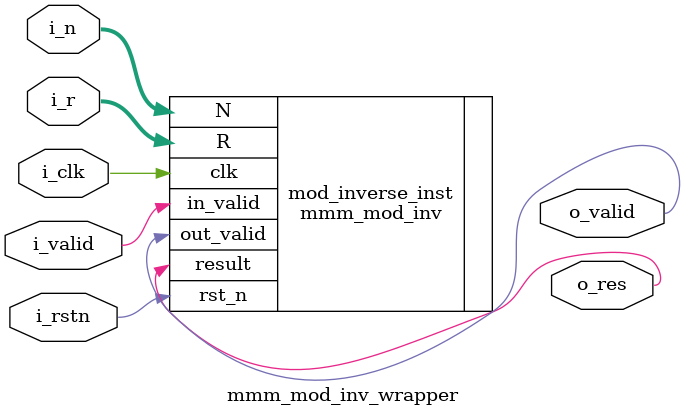
<source format=v>
module mmm_mod_inv_wrapper #(
    parameter               WIDTH   =   260
)(
    //system signals
    input                   i_clk,
    input                   i_rstn,
    //input signals
    input   [WIDTH-1:0]     i_n,
    input   [WIDTH-1:0]     i_r,
    input                   i_valid,

    output                  o_res,
    output                  o_valid
);
    //DUT
    mmm_mod_inv #(
        .WIDTH          (WIDTH)
    ) mod_inverse_inst  (
        .clk            (i_clk),
        .rst_n          (i_rstn),    
        .N              (i_n), 
        .R              (i_r), 
        .in_valid       (i_valid),

        .result         (o_res),
        .out_valid      (o_valid)
);
endmodule
</source>
